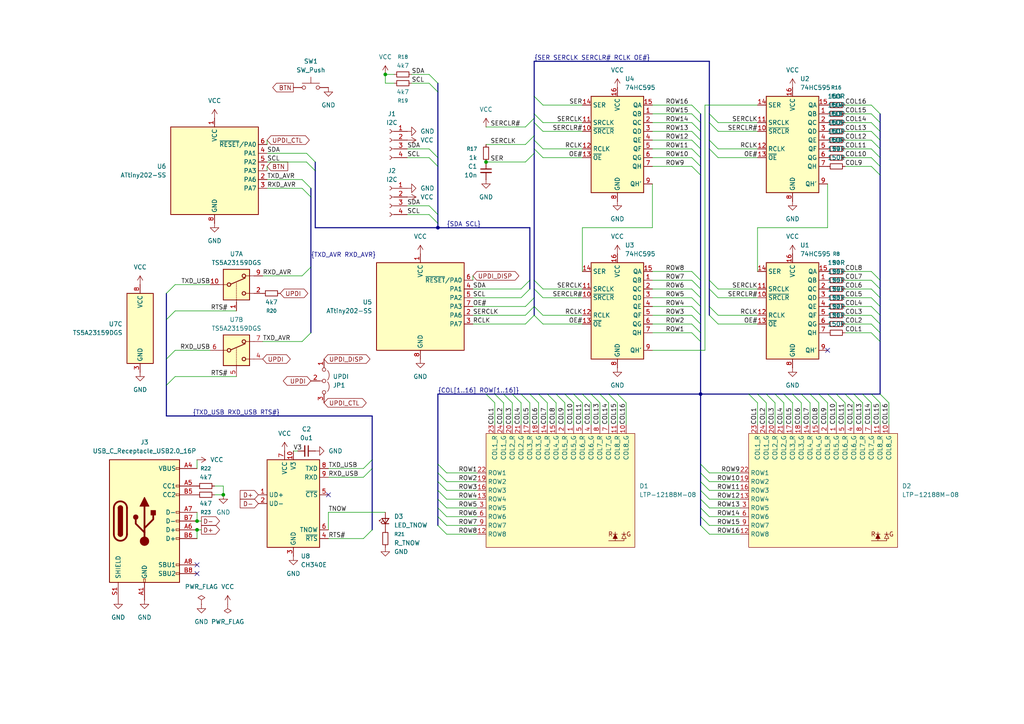
<source format=kicad_sch>
(kicad_sch (version 20250114) (generator "eeschema") (generator_version "9.0")
  (paper "A4")
  (junction (at 127 66.04))
  (junction (at 57.15 153.67))
  (junction (at 64.77 143.51))
  (junction (at 203.2 114.3))
  (junction (at 140.97 46.99))
  (junction (at 111.76 21.59))
  (junction (at 57.15 151.13))
  (no_connect (at 95.25 143.51))
  (no_connect (at 57.15 163.83))
  (no_connect (at 57.15 166.37))
  (no_connect (at 240.03 101.6))
  (bus_entry (at 200.66 48.26) (size 2.54 2.54))
  (bus_entry (at 129.54 144.78) (size -2.54 -2.54))
  (bus_entry (at 181.61 116.84) (size -2.54 -2.54))
  (bus_entry (at 124.46 62.23) (size 2.54 2.54))
  (bus_entry (at 200.66 86.36) (size 2.54 2.54))
  (bus_entry (at 158.75 116.84) (size -2.54 -2.54))
  (bus_entry (at 88.9 46.99) (size 2.54 2.54))
  (bus_entry (at 208.28 35.56) (size -2.54 -2.54))
  (bus_entry (at 205.74 142.24) (size -2.54 -2.54))
  (bus_entry (at 124.46 45.72) (size 2.54 2.54))
  (bus_entry (at 157.48 30.48) (size -2.54 -2.54))
  (bus_entry (at 50.8 109.22) (size -2.54 2.54))
  (bus_entry (at 50.8 82.55) (size -2.54 2.54))
  (bus_entry (at 247.65 116.84) (size -2.54 -2.54))
  (bus_entry (at 208.28 83.82) (size -2.54 -2.54))
  (bus_entry (at 208.28 45.72) (size -2.54 -2.54))
  (bus_entry (at 151.13 86.36) (size 2.54 -2.54))
  (bus_entry (at 124.46 21.59) (size 2.54 2.54))
  (bus_entry (at 152.4 91.44) (size 2.54 -2.54))
  (bus_entry (at 157.48 35.56) (size -2.54 -2.54))
  (bus_entry (at 252.73 83.82) (size 2.54 2.54))
  (bus_entry (at 152.4 46.99) (size 2.54 -2.54))
  (bus_entry (at 257.81 116.84) (size -2.54 -2.54))
  (bus_entry (at 252.73 45.72) (size 2.54 2.54))
  (bus_entry (at 252.73 48.26) (size 2.54 2.54))
  (bus_entry (at 227.33 116.84) (size -2.54 -2.54))
  (bus_entry (at 179.07 116.84) (size -2.54 -2.54))
  (bus_entry (at 252.73 33.02) (size 2.54 2.54))
  (bus_entry (at 200.66 35.56) (size 2.54 2.54))
  (bus_entry (at 105.41 135.89) (size 2.54 -2.54))
  (bus_entry (at 252.73 35.56) (size 2.54 2.54))
  (bus_entry (at 129.54 139.7) (size -2.54 -2.54))
  (bus_entry (at 124.46 43.18) (size 2.54 2.54))
  (bus_entry (at 255.27 116.84) (size -2.54 -2.54))
  (bus_entry (at 208.28 43.18) (size -2.54 -2.54))
  (bus_entry (at 208.28 86.36) (size -2.54 -2.54))
  (bus_entry (at 208.28 91.44) (size -2.54 -2.54))
  (bus_entry (at 252.73 43.18) (size 2.54 2.54))
  (bus_entry (at 152.4 36.83) (size 2.54 -2.54))
  (bus_entry (at 252.73 30.48) (size 2.54 2.54))
  (bus_entry (at 105.41 156.21) (size 2.54 -2.54))
  (bus_entry (at 105.41 138.43) (size 2.54 -2.54))
  (bus_entry (at 205.74 149.86) (size -2.54 -2.54))
  (bus_entry (at 151.13 116.84) (size -2.54 -2.54))
  (bus_entry (at 152.4 88.9) (size 2.54 -2.54))
  (bus_entry (at 173.99 116.84) (size -2.54 -2.54))
  (bus_entry (at 129.54 149.86) (size -2.54 -2.54))
  (bus_entry (at 157.48 93.98) (size -2.54 -2.54))
  (bus_entry (at 240.03 116.84) (size -2.54 -2.54))
  (bus_entry (at 88.9 44.45) (size 2.54 2.54))
  (bus_entry (at 200.66 93.98) (size 2.54 2.54))
  (bus_entry (at 200.66 30.48) (size 2.54 2.54))
  (bus_entry (at 219.71 116.84) (size -2.54 -2.54))
  (bus_entry (at 157.48 43.18) (size -2.54 -2.54))
  (bus_entry (at 87.63 54.61) (size 2.54 2.54))
  (bus_entry (at 124.46 24.13) (size 2.54 2.54))
  (bus_entry (at 252.73 78.74) (size 2.54 2.54))
  (bus_entry (at 200.66 33.02) (size 2.54 2.54))
  (bus_entry (at 157.48 45.72) (size -2.54 -2.54))
  (bus_entry (at 252.73 116.84) (size -2.54 -2.54))
  (bus_entry (at 161.29 116.84) (size -2.54 -2.54))
  (bus_entry (at 50.8 90.17) (size -2.54 2.54))
  (bus_entry (at 252.73 91.44) (size 2.54 2.54))
  (bus_entry (at 242.57 116.84) (size -2.54 -2.54))
  (bus_entry (at 168.91 116.84) (size -2.54 -2.54))
  (bus_entry (at 200.66 81.28) (size 2.54 2.54))
  (bus_entry (at 237.49 116.84) (size -2.54 -2.54))
  (bus_entry (at 157.48 38.1) (size -2.54 -2.54))
  (bus_entry (at 208.28 38.1) (size -2.54 -2.54))
  (bus_entry (at 200.66 40.64) (size 2.54 2.54))
  (bus_entry (at 250.19 116.84) (size -2.54 -2.54))
  (bus_entry (at 252.73 38.1) (size 2.54 2.54))
  (bus_entry (at 224.79 116.84) (size -2.54 -2.54))
  (bus_entry (at 200.66 45.72) (size 2.54 2.54))
  (bus_entry (at 146.05 116.84) (size -2.54 -2.54))
  (bus_entry (at 87.63 80.01) (size 2.54 -2.54))
  (bus_entry (at 153.67 116.84) (size -2.54 -2.54))
  (bus_entry (at 151.13 83.82) (size 2.54 -2.54))
  (bus_entry (at 200.66 78.74) (size 2.54 2.54))
  (bus_entry (at 205.74 154.94) (size -2.54 -2.54))
  (bus_entry (at 176.53 116.84) (size -2.54 -2.54))
  (bus_entry (at 200.66 43.18) (size 2.54 2.54))
  (bus_entry (at 234.95 116.84) (size -2.54 -2.54))
  (bus_entry (at 129.54 142.24) (size -2.54 -2.54))
  (bus_entry (at 200.66 38.1) (size 2.54 2.54))
  (bus_entry (at 157.48 86.36) (size -2.54 -2.54))
  (bus_entry (at 200.66 88.9) (size 2.54 2.54))
  (bus_entry (at 129.54 147.32) (size -2.54 -2.54))
  (bus_entry (at 157.48 91.44) (size -2.54 -2.54))
  (bus_entry (at 50.8 101.6) (size -2.54 2.54))
  (bus_entry (at 129.54 154.94) (size -2.54 -2.54))
  (bus_entry (at 166.37 116.84) (size -2.54 -2.54))
  (bus_entry (at 152.4 93.98) (size 2.54 -2.54))
  (bus_entry (at 205.74 137.16) (size -2.54 -2.54))
  (bus_entry (at 232.41 116.84) (size -2.54 -2.54))
  (bus_entry (at 252.73 96.52) (size 2.54 2.54))
  (bus_entry (at 200.66 83.82) (size 2.54 2.54))
  (bus_entry (at 205.74 144.78) (size -2.54 -2.54))
  (bus_entry (at 200.66 96.52) (size 2.54 2.54))
  (bus_entry (at 156.21 116.84) (size -2.54 -2.54))
  (bus_entry (at 157.48 83.82) (size -2.54 -2.54))
  (bus_entry (at 222.25 116.84) (size -2.54 -2.54))
  (bus_entry (at 87.63 52.07) (size 2.54 2.54))
  (bus_entry (at 87.63 99.06) (size 2.54 -2.54))
  (bus_entry (at 163.83 116.84) (size -2.54 -2.54))
  (bus_entry (at 124.46 59.69) (size 2.54 2.54))
  (bus_entry (at 205.74 139.7) (size -2.54 -2.54))
  (bus_entry (at 152.4 41.91) (size 2.54 -2.54))
  (bus_entry (at 252.73 93.98) (size 2.54 2.54))
  (bus_entry (at 171.45 116.84) (size -2.54 -2.54))
  (bus_entry (at 208.28 93.98) (size -2.54 -2.54))
  (bus_entry (at 252.73 88.9) (size 2.54 2.54))
  (bus_entry (at 229.87 116.84) (size -2.54 -2.54))
  (bus_entry (at 129.54 137.16) (size -2.54 -2.54))
  (bus_entry (at 252.73 81.28) (size 2.54 2.54))
  (bus_entry (at 148.59 116.84) (size -2.54 -2.54))
  (bus_entry (at 143.51 116.84) (size -2.54 -2.54))
  (bus_entry (at 205.74 152.4) (size -2.54 -2.54))
  (bus_entry (at 252.73 86.36) (size 2.54 2.54))
  (bus_entry (at 245.11 116.84) (size -2.54 -2.54))
  (bus_entry (at 252.73 40.64) (size 2.54 2.54))
  (bus_entry (at 129.54 152.4) (size -2.54 -2.54))
  (bus_entry (at 200.66 91.44) (size 2.54 2.54))
  (bus_entry (at 205.74 147.32) (size -2.54 -2.54))
  (bus (pts (xy 203.2 33.02) (xy 203.2 35.56)))
  (wire (pts (xy 152.4 91.44) (xy 137.16 91.44)))
  (bus (pts (xy 154.94 44.45) (xy 154.94 43.18)))
  (bus (pts (xy 127 66.04) (xy 153.67 66.04)))
  (wire (pts (xy 157.48 43.18) (xy 168.91 43.18)))
  (wire (pts (xy 50.8 82.55) (xy 60.96 82.55)))
  (bus (pts (xy 154.94 39.37) (xy 154.94 35.56)))
  (wire (pts (xy 245.11 78.74) (xy 252.73 78.74)))
  (wire (pts (xy 77.47 44.45) (xy 88.9 44.45)))
  (bus (pts (xy 237.49 114.3) (xy 240.03 114.3)))
  (bus (pts (xy 203.2 38.1) (xy 203.2 40.64)))
  (bus (pts (xy 203.2 147.32) (xy 203.2 149.86)))
  (bus (pts (xy 146.05 114.3) (xy 148.59 114.3)))
  (wire (pts (xy 168.91 123.19) (xy 168.91 116.84)))
  (wire (pts (xy 189.23 96.52) (xy 200.66 96.52)))
  (wire (pts (xy 245.11 43.18) (xy 252.73 43.18)))
  (wire (pts (xy 208.28 38.1) (xy 219.71 38.1)))
  (wire (pts (xy 245.11 30.48) (xy 252.73 30.48)))
  (bus (pts (xy 203.2 83.82) (xy 203.2 86.36)))
  (bus (pts (xy 250.19 114.3) (xy 252.73 114.3)))
  (bus (pts (xy 255.27 93.98) (xy 255.27 91.44)))
  (wire (pts (xy 222.25 123.19) (xy 222.25 116.84)))
  (bus (pts (xy 255.27 114.3) (xy 255.27 99.06)))
  (bus (pts (xy 205.74 43.18) (xy 205.74 81.28)))
  (wire (pts (xy 189.23 88.9) (xy 200.66 88.9)))
  (wire (pts (xy 168.91 66.04) (xy 189.23 66.04)))
  (bus (pts (xy 203.2 99.06) (xy 203.2 114.3)))
  (bus (pts (xy 151.13 114.3) (xy 153.67 114.3)))
  (bus (pts (xy 203.2 40.64) (xy 203.2 43.18)))
  (wire (pts (xy 156.21 123.19) (xy 156.21 116.84)))
  (wire (pts (xy 95.25 138.43) (xy 105.41 138.43)))
  (wire (pts (xy 189.23 101.6) (xy 204.47 101.6)))
  (wire (pts (xy 245.11 45.72) (xy 252.73 45.72)))
  (wire (pts (xy 205.74 152.4) (xy 214.63 152.4)))
  (bus (pts (xy 90.17 57.15) (xy 90.17 77.47)))
  (wire (pts (xy 151.13 123.19) (xy 151.13 116.84)))
  (bus (pts (xy 242.57 114.3) (xy 245.11 114.3)))
  (bus (pts (xy 90.17 54.61) (xy 90.17 57.15)))
  (bus (pts (xy 91.44 49.53) (xy 91.44 66.04)))
  (bus (pts (xy 203.2 43.18) (xy 203.2 45.72)))
  (bus (pts (xy 168.91 114.3) (xy 171.45 114.3)))
  (wire (pts (xy 157.48 30.48) (xy 168.91 30.48)))
  (bus (pts (xy 90.17 77.47) (xy 90.17 96.52)))
  (wire (pts (xy 77.47 52.07) (xy 87.63 52.07)))
  (bus (pts (xy 161.29 114.3) (xy 163.83 114.3)))
  (wire (pts (xy 189.23 78.74) (xy 200.66 78.74)))
  (wire (pts (xy 152.4 36.83) (xy 140.97 36.83)))
  (bus (pts (xy 127 114.3) (xy 127 134.62)))
  (bus (pts (xy 255.27 48.26) (xy 255.27 45.72)))
  (bus (pts (xy 154.94 40.64) (xy 154.94 39.37)))
  (bus (pts (xy 127 24.13) (xy 127 26.67)))
  (bus (pts (xy 154.94 86.36) (xy 154.94 88.9)))
  (wire (pts (xy 111.76 21.59) (xy 111.76 24.13)))
  (wire (pts (xy 129.54 144.78) (xy 138.43 144.78)))
  (bus (pts (xy 255.27 43.18) (xy 255.27 40.64)))
  (bus (pts (xy 107.95 133.35) (xy 107.95 135.89)))
  (wire (pts (xy 148.59 123.19) (xy 148.59 116.84)))
  (bus (pts (xy 217.17 114.3) (xy 219.71 114.3)))
  (wire (pts (xy 189.23 38.1) (xy 200.66 38.1)))
  (wire (pts (xy 153.67 123.19) (xy 153.67 116.84)))
  (wire (pts (xy 245.11 93.98) (xy 252.73 93.98)))
  (bus (pts (xy 154.94 35.56) (xy 154.94 34.29)))
  (bus (pts (xy 127 45.72) (xy 127 48.26)))
  (bus (pts (xy 255.27 40.64) (xy 255.27 38.1)))
  (bus (pts (xy 205.74 35.56) (xy 205.74 40.64)))
  (wire (pts (xy 77.47 46.99) (xy 88.9 46.99)))
  (bus (pts (xy 255.27 45.72) (xy 255.27 43.18)))
  (bus (pts (xy 153.67 114.3) (xy 156.21 114.3)))
  (wire (pts (xy 64.77 140.97) (xy 64.77 143.51)))
  (bus (pts (xy 203.2 139.7) (xy 203.2 142.24)))
  (bus (pts (xy 255.27 96.52) (xy 255.27 93.98)))
  (bus (pts (xy 158.75 114.3) (xy 161.29 114.3)))
  (bus (pts (xy 127 139.7) (xy 127 142.24)))
  (wire (pts (xy 129.54 139.7) (xy 138.43 139.7)))
  (wire (pts (xy 245.11 123.19) (xy 245.11 116.84)))
  (bus (pts (xy 176.53 114.3) (xy 179.07 114.3)))
  (wire (pts (xy 157.48 86.36) (xy 168.91 86.36)))
  (wire (pts (xy 77.47 40.64) (xy 77.47 41.91)))
  (wire (pts (xy 234.95 123.19) (xy 234.95 116.84)))
  (bus (pts (xy 173.99 114.3) (xy 176.53 114.3)))
  (bus (pts (xy 154.94 44.45) (xy 154.94 81.28)))
  (wire (pts (xy 245.11 96.52) (xy 252.73 96.52)))
  (bus (pts (xy 179.07 114.3) (xy 203.2 114.3)))
  (wire (pts (xy 58.42 151.13) (xy 57.15 151.13)))
  (wire (pts (xy 205.74 147.32) (xy 214.63 147.32)))
  (wire (pts (xy 242.57 123.19) (xy 242.57 116.84)))
  (bus (pts (xy 127 142.24) (xy 127 144.78)))
  (bus (pts (xy 203.2 114.3) (xy 203.2 134.62)))
  (bus (pts (xy 205.74 17.78) (xy 205.74 33.02)))
  (bus (pts (xy 127 64.77) (xy 127 66.04)))
  (wire (pts (xy 50.8 90.17) (xy 68.58 90.17)))
  (wire (pts (xy 245.11 38.1) (xy 252.73 38.1)))
  (bus (pts (xy 163.83 114.3) (xy 166.37 114.3)))
  (wire (pts (xy 227.33 123.19) (xy 227.33 116.84)))
  (bus (pts (xy 229.87 114.3) (xy 232.41 114.3)))
  (bus (pts (xy 154.94 88.9) (xy 154.94 91.44)))
  (bus (pts (xy 203.2 50.8) (xy 203.2 81.28)))
  (wire (pts (xy 129.54 147.32) (xy 138.43 147.32)))
  (wire (pts (xy 189.23 93.98) (xy 200.66 93.98)))
  (bus (pts (xy 127 149.86) (xy 127 152.4)))
  (wire (pts (xy 204.47 30.48) (xy 219.71 30.48)))
  (bus (pts (xy 171.45 114.3) (xy 173.99 114.3)))
  (wire (pts (xy 137.16 80.01) (xy 137.16 81.28)))
  (wire (pts (xy 257.81 123.19) (xy 257.81 116.84)))
  (bus (pts (xy 127 144.78) (xy 127 147.32)))
  (wire (pts (xy 224.79 123.19) (xy 224.79 116.84)))
  (bus (pts (xy 154.94 33.02) (xy 154.94 34.29)))
  (wire (pts (xy 189.23 81.28) (xy 200.66 81.28)))
  (bus (pts (xy 203.2 142.24) (xy 203.2 144.78)))
  (wire (pts (xy 245.11 40.64) (xy 252.73 40.64)))
  (bus (pts (xy 255.27 88.9) (xy 255.27 86.36)))
  (wire (pts (xy 152.4 41.91) (xy 140.97 41.91)))
  (bus (pts (xy 153.67 66.04) (xy 153.67 81.28)))
  (bus (pts (xy 255.27 38.1) (xy 255.27 35.56)))
  (bus (pts (xy 154.94 83.82) (xy 154.94 86.36)))
  (wire (pts (xy 95.25 148.59) (xy 95.25 153.67)))
  (bus (pts (xy 203.2 48.26) (xy 203.2 50.8)))
  (wire (pts (xy 208.28 43.18) (xy 219.71 43.18)))
  (bus (pts (xy 203.2 93.98) (xy 203.2 96.52)))
  (wire (pts (xy 157.48 93.98) (xy 168.91 93.98)))
  (wire (pts (xy 189.23 48.26) (xy 200.66 48.26)))
  (bus (pts (xy 107.95 120.65) (xy 48.26 120.65)))
  (bus (pts (xy 219.71 114.3) (xy 222.25 114.3)))
  (wire (pts (xy 76.2 80.01) (xy 87.63 80.01)))
  (wire (pts (xy 208.28 83.82) (xy 219.71 83.82)))
  (wire (pts (xy 189.23 86.36) (xy 200.66 86.36)))
  (bus (pts (xy 203.2 137.16) (xy 203.2 139.7)))
  (wire (pts (xy 95.25 148.59) (xy 111.76 148.59)))
  (wire (pts (xy 205.74 142.24) (xy 214.63 142.24)))
  (wire (pts (xy 57.15 153.67) (xy 58.42 153.67)))
  (bus (pts (xy 127 48.26) (xy 127 62.23)))
  (wire (pts (xy 129.54 149.86) (xy 138.43 149.86)))
  (wire (pts (xy 189.23 40.64) (xy 200.66 40.64)))
  (wire (pts (xy 255.27 123.19) (xy 255.27 116.84)))
  (bus (pts (xy 203.2 86.36) (xy 203.2 88.9)))
  (bus (pts (xy 154.94 27.94) (xy 154.94 17.78)))
  (bus (pts (xy 203.2 144.78) (xy 203.2 147.32)))
  (wire (pts (xy 50.8 101.6) (xy 60.96 101.6)))
  (bus (pts (xy 205.74 81.28) (xy 205.74 83.82)))
  (bus (pts (xy 255.27 50.8) (xy 255.27 81.28)))
  (wire (pts (xy 118.11 45.72) (xy 124.46 45.72)))
  (wire (pts (xy 205.74 144.78) (xy 214.63 144.78)))
  (bus (pts (xy 127 147.32) (xy 127 149.86)))
  (wire (pts (xy 229.87 123.19) (xy 229.87 116.84)))
  (wire (pts (xy 205.74 137.16) (xy 214.63 137.16)))
  (bus (pts (xy 203.2 114.3) (xy 217.17 114.3)))
  (wire (pts (xy 152.4 46.99) (xy 140.97 46.99)))
  (wire (pts (xy 245.11 35.56) (xy 252.73 35.56)))
  (bus (pts (xy 203.2 91.44) (xy 203.2 93.98)))
  (bus (pts (xy 203.2 45.72) (xy 203.2 48.26)))
  (wire (pts (xy 189.23 83.82) (xy 200.66 83.82)))
  (bus (pts (xy 127 137.16) (xy 127 139.7)))
  (wire (pts (xy 118.11 43.18) (xy 124.46 43.18)))
  (bus (pts (xy 222.25 114.3) (xy 224.79 114.3)))
  (wire (pts (xy 189.23 35.56) (xy 200.66 35.56)))
  (wire (pts (xy 208.28 91.44) (xy 219.71 91.44)))
  (wire (pts (xy 179.07 123.19) (xy 179.07 116.84)))
  (wire (pts (xy 158.75 123.19) (xy 158.75 116.84)))
  (bus (pts (xy 240.03 114.3) (xy 242.57 114.3)))
  (wire (pts (xy 189.23 30.48) (xy 200.66 30.48)))
  (wire (pts (xy 157.48 91.44) (xy 168.91 91.44)))
  (bus (pts (xy 203.2 35.56) (xy 203.2 38.1)))
  (bus (pts (xy 205.74 88.9) (xy 205.74 91.44)))
  (wire (pts (xy 111.76 21.59) (xy 114.3 21.59)))
  (bus (pts (xy 205.74 33.02) (xy 205.74 35.56)))
  (wire (pts (xy 208.28 86.36) (xy 219.71 86.36)))
  (bus (pts (xy 127 26.67) (xy 127 45.72)))
  (bus (pts (xy 140.97 114.3) (xy 143.51 114.3)))
  (wire (pts (xy 77.47 48.26) (xy 77.47 49.53)))
  (bus (pts (xy 48.26 104.14) (xy 48.26 111.76)))
  (wire (pts (xy 176.53 123.19) (xy 176.53 116.84)))
  (bus (pts (xy 153.67 81.28) (xy 153.67 83.82)))
  (wire (pts (xy 168.91 78.74) (xy 168.91 66.04)))
  (bus (pts (xy 203.2 81.28) (xy 203.2 83.82)))
  (wire (pts (xy 205.74 149.86) (xy 214.63 149.86)))
  (bus (pts (xy 255.27 35.56) (xy 255.27 33.02)))
  (wire (pts (xy 50.8 109.22) (xy 68.58 109.22)))
  (wire (pts (xy 247.65 123.19) (xy 247.65 116.84)))
  (wire (pts (xy 219.71 66.04) (xy 219.71 78.74)))
  (bus (pts (xy 154.94 17.78) (xy 205.74 17.78)))
  (wire (pts (xy 146.05 123.19) (xy 146.05 116.84)))
  (wire (pts (xy 245.11 83.82) (xy 252.73 83.82)))
  (wire (pts (xy 119.38 24.13) (xy 124.46 24.13)))
  (bus (pts (xy 154.94 27.94) (xy 154.94 33.02)))
  (wire (pts (xy 152.4 88.9) (xy 137.16 88.9)))
  (wire (pts (xy 77.47 54.61) (xy 87.63 54.61)))
  (wire (pts (xy 245.11 88.9) (xy 252.73 88.9)))
  (wire (pts (xy 189.23 43.18) (xy 200.66 43.18)))
  (wire (pts (xy 163.83 123.19) (xy 163.83 116.84)))
  (wire (pts (xy 64.77 140.97) (xy 62.23 140.97)))
  (wire (pts (xy 189.23 91.44) (xy 200.66 91.44)))
  (wire (pts (xy 129.54 142.24) (xy 138.43 142.24)))
  (wire (pts (xy 143.51 123.19) (xy 143.51 116.84)))
  (wire (pts (xy 118.11 62.23) (xy 124.46 62.23)))
  (bus (pts (xy 224.79 114.3) (xy 227.33 114.3)))
  (bus (pts (xy 232.41 114.3) (xy 234.95 114.3)))
  (bus (pts (xy 154.94 81.28) (xy 154.94 83.82)))
  (wire (pts (xy 57.15 133.35) (xy 57.15 135.89)))
  (bus (pts (xy 205.74 83.82) (xy 205.74 88.9)))
  (wire (pts (xy 237.49 123.19) (xy 237.49 116.84)))
  (wire (pts (xy 219.71 123.19) (xy 219.71 116.84)))
  (bus (pts (xy 148.59 114.3) (xy 151.13 114.3)))
  (wire (pts (xy 111.76 24.13) (xy 114.3 24.13)))
  (bus (pts (xy 127 114.3) (xy 140.97 114.3)))
  (wire (pts (xy 57.15 151.13) (xy 57.15 148.59)))
  (bus (pts (xy 48.26 111.76) (xy 48.26 120.65)))
  (bus (pts (xy 48.26 85.09) (xy 48.26 92.71)))
  (wire (pts (xy 189.23 66.04) (xy 189.23 53.34)))
  (bus (pts (xy 255.27 91.44) (xy 255.27 88.9)))
  (bus (pts (xy 227.33 114.3) (xy 229.87 114.3)))
  (wire (pts (xy 137.16 86.36) (xy 151.13 86.36)))
  (bus (pts (xy 255.27 83.82) (xy 255.27 81.28)))
  (bus (pts (xy 255.27 86.36) (xy 255.27 83.82)))
  (bus (pts (xy 245.11 114.3) (xy 247.65 114.3)))
  (wire (pts (xy 157.48 35.56) (xy 168.91 35.56)))
  (bus (pts (xy 255.27 50.8) (xy 255.27 48.26)))
  (wire (pts (xy 252.73 123.19) (xy 252.73 116.84)))
  (bus (pts (xy 247.65 114.3) (xy 250.19 114.3)))
  (wire (pts (xy 189.23 33.02) (xy 200.66 33.02)))
  (wire (pts (xy 157.48 38.1) (xy 168.91 38.1)))
  (bus (pts (xy 234.95 114.3) (xy 237.49 114.3)))
  (bus (pts (xy 154.94 43.18) (xy 154.94 40.64)))
  (wire (pts (xy 205.74 139.7) (xy 214.63 139.7)))
  (bus (pts (xy 48.26 92.71) (xy 48.26 104.14)))
  (wire (pts (xy 129.54 137.16) (xy 138.43 137.16)))
  (wire (pts (xy 157.48 45.72) (xy 168.91 45.72)))
  (wire (pts (xy 208.28 45.72) (xy 219.71 45.72)))
  (wire (pts (xy 166.37 123.19) (xy 166.37 116.84)))
  (bus (pts (xy 203.2 149.86) (xy 203.2 152.4)))
  (bus (pts (xy 107.95 133.35) (xy 107.95 120.65)))
  (bus (pts (xy 205.74 40.64) (xy 205.74 43.18)))
  (bus (pts (xy 203.2 96.52) (xy 203.2 99.06)))
  (wire (pts (xy 161.29 123.19) (xy 161.29 116.84)))
  (wire (pts (xy 119.38 21.59) (xy 124.46 21.59)))
  (wire (pts (xy 157.48 83.82) (xy 168.91 83.82)))
  (wire (pts (xy 129.54 152.4) (xy 138.43 152.4)))
  (wire (pts (xy 232.41 123.19) (xy 232.41 116.84)))
  (wire (pts (xy 245.11 86.36) (xy 252.73 86.36)))
  (bus (pts (xy 91.44 46.99) (xy 91.44 49.53)))
  (wire (pts (xy 171.45 123.19) (xy 171.45 116.84)))
  (wire (pts (xy 245.11 48.26) (xy 252.73 48.26)))
  (bus (pts (xy 255.27 99.06) (xy 255.27 96.52)))
  (wire (pts (xy 173.99 123.19) (xy 173.99 116.84)))
  (wire (pts (xy 240.03 66.04) (xy 219.71 66.04)))
  (wire (pts (xy 240.03 123.19) (xy 240.03 116.84)))
  (wire (pts (xy 57.15 153.67) (xy 57.15 156.21)))
  (wire (pts (xy 129.54 154.94) (xy 138.43 154.94)))
  (bus (pts (xy 203.2 88.9) (xy 203.2 91.44)))
  (bus (pts (xy 156.21 114.3) (xy 158.75 114.3)))
  (bus (pts (xy 127 134.62) (xy 127 137.16)))
  (wire (pts (xy 118.11 59.69) (xy 124.46 59.69)))
  (bus (pts (xy 166.37 114.3) (xy 168.91 114.3)))
  (bus (pts (xy 203.2 134.62) (xy 203.2 137.16)))
  (wire (pts (xy 245.11 91.44) (xy 252.73 91.44)))
  (wire (pts (xy 64.77 143.51) (xy 62.23 143.51)))
  (wire (pts (xy 189.23 45.72) (xy 200.66 45.72)))
  (wire (pts (xy 152.4 93.98) (xy 137.16 93.98)))
  (wire (pts (xy 240.03 53.34) (xy 240.03 66.04)))
  (wire (pts (xy 86.36 130.81) (xy 85.09 130.81)))
  (bus (pts (xy 107.95 135.89) (xy 107.95 153.67)))
  (wire (pts (xy 95.25 156.21) (xy 105.41 156.21)))
  (wire (pts (xy 137.16 83.82) (xy 151.13 83.82)))
  (wire (pts (xy 204.47 30.48) (xy 204.47 101.6)))
  (wire (pts (xy 250.19 123.19) (xy 250.19 116.84)))
  (wire (pts (xy 181.61 123.19) (xy 181.61 116.84)))
  (bus (pts (xy 252.73 114.3) (xy 255.27 114.3)))
  (wire (pts (xy 245.11 33.02) (xy 252.73 33.02)))
  (bus (pts (xy 91.44 66.04) (xy 127 66.04)))
  (wire (pts (xy 76.2 99.06) (xy 87.63 99.06)))
  (wire (pts (xy 205.74 154.94) (xy 214.63 154.94)))
  (wire (pts (xy 95.25 135.89) (xy 105.41 135.89)))
  (wire (pts (xy 208.28 35.56) (xy 219.71 35.56)))
  (bus (pts (xy 143.51 114.3) (xy 146.05 114.3)))
  (wire (pts (xy 208.28 93.98) (xy 219.71 93.98)))
  (wire (pts (xy 245.11 81.28) (xy 252.73 81.28)))
  (bus (pts (xy 127 62.23) (xy 127 64.77)))
  (label "SDA" (at 137.16 83.82 0))
  (label "RXD_AVR" (at 76.2 80.01 0))
  (label "COL10" (at 245.11 45.72 0))
  (label "{TXD_AVR RXD_AVR}" (at 90.17 74.93 0))
  (label "ROW7" (at 193.04 81.28 0))
  (label "SER" (at 168.91 30.48 180))
  (label "COL5" (at 153.67 123.19 90))
  (label "{SDA SCL}" (at 129.54 66.04 0))
  (label "{TXD_USB RXD_USB RTS#}" (at 55.88 120.65 0))
  (label "OE#" (at 219.71 93.98 180))
  (label "RXD_USB" (at 95.25 138.43 0))
  (label "COL3" (at 245.11 91.44 0))
  (label "SERCLK" (at 142.24 41.91 0))
  (label "COL6" (at 245.11 83.82 0))
  (label "COL3" (at 148.59 123.19 90))
  (label "ROW14" (at 214.63 149.86 180))
  (label "TXD_USB" (at 95.25 135.89 0))
  (label "ROW6" (at 138.43 149.86 180))
  (label "ROW3" (at 138.43 142.24 180))
  (label "COL16" (at 245.11 30.48 0))
  (label "RXD_AVR" (at 77.47 54.61 0))
  (label "OE#" (at 168.91 45.72 180))
  (label "ROW2" (at 138.43 139.7 180))
  (label "ROW10" (at 193.04 45.72 0))
  (label "SER" (at 142.24 46.99 0))
  (label "COL16" (at 257.81 123.19 90))
  (label "COL9" (at 240.03 123.19 90))
  (label "ROW13" (at 214.63 147.32 180))
  (label "COL12" (at 245.11 40.64 0))
  (label "RCLK" (at 168.91 91.44 180))
  (label "COL14" (at 245.11 35.56 0))
  (label "ROW15" (at 214.63 152.4 180))
  (label "COL2" (at 146.05 123.19 90))
  (label "COL13" (at 245.11 38.1 0))
  (label "COL10" (at 242.57 123.19 90))
  (label "COL3" (at 224.79 123.19 90))
  (label "ROW1" (at 193.04 96.52 0))
  (label "COL5" (at 245.11 86.36 0))
  (label "COL5" (at 229.87 123.19 90))
  (label "COL2" (at 245.11 93.98 0))
  (label "ROW5" (at 193.04 86.36 0))
  (label "SERCLR#" (at 219.71 38.1 180))
  (label "ROW16" (at 193.04 30.48 0))
  (label "COL11" (at 245.11 43.18 0))
  (label "TXD_AVR" (at 76.2 99.06 0))
  (label "SCL" (at 137.16 86.36 0))
  (label "OE#" (at 219.71 45.72 180))
  (label "SERCLR#" (at 142.24 36.83 0))
  (label "COL8" (at 237.49 123.19 90))
  (label "ROW10" (at 214.63 139.7 180))
  (label "ROW2" (at 193.04 93.98 0))
  (label "ROW6" (at 193.04 83.82 0))
  (label "SERCLK" (at 168.91 35.56 180))
  (label "ROW9" (at 193.04 48.26 0))
  (label "COL7" (at 245.11 81.28 0))
  (label "COL4" (at 151.13 123.19 90))
  (label "ROW5" (at 138.43 147.32 180))
  (label "ROW16" (at 214.63 154.94 180))
  (label "ROW12" (at 193.04 40.64 0))
  (label "ROW3" (at 193.04 91.44 0))
  (label "COL14" (at 252.73 123.19 90))
  (label "COL16" (at 181.61 123.19 90))
  (label "ROW7" (at 138.43 152.4 180))
  (label "COL14" (at 176.53 123.19 90))
  (label "ROW1" (at 138.43 137.16 180))
  (label "COL7" (at 234.95 123.19 90))
  (label "TNOW" (at 95.25 148.59 0))
  (label "ROW11" (at 214.63 142.24 180))
  (label "COL8" (at 245.11 78.74 0))
  (label "SERCLK" (at 219.71 35.56 180))
  (label "RCLK" (at 219.71 43.18 180))
  (label "ROW11" (at 193.04 43.18 0))
  (label "COL12" (at 247.65 123.19 90))
  (label "COL7" (at 158.75 123.19 90))
  (label "COL4" (at 227.33 123.19 90))
  (label "COL15" (at 255.27 123.19 90))
  (label "COL1" (at 219.71 123.19 90))
  (label "ROW13" (at 193.04 38.1 0))
  (label "ROW4" (at 138.43 144.78 180))
  (label "SCL" (at 119.38 24.13 0))
  (label "ROW8" (at 138.43 154.94 180))
  (label "ROW12" (at 214.63 144.78 180))
  (label "SERCLR#" (at 168.91 38.1 180))
  (label "COL9" (at 245.11 48.26 0))
  (label "COL15" (at 245.11 33.02 0))
  (label "COL8" (at 161.29 123.19 90))
  (label "COL13" (at 173.99 123.19 90))
  (label "SDA" (at 119.38 21.59 0))
  (label "RTS#" (at 66.04 90.17 180))
  (label "SDA" (at 77.47 44.45 0))
  (label "OE#" (at 168.91 93.98 180))
  (label "SDA" (at 118.11 59.69 0))
  (label "SDA" (at 118.11 43.18 0))
  (label "TXD_AVR" (at 77.47 52.07 0))
  (label "COL11" (at 245.11 123.19 90))
  (label "COL15" (at 179.07 123.19 90))
  (label "COL2" (at 222.25 123.19 90))
  (label "{COL[1..16] ROW[1..16]}" (at 127 114.3 0))
  (label "SERCLK" (at 168.91 83.82 180))
  (label "ROW8" (at 193.04 78.74 0))
  (label "COL4" (at 245.11 88.9 0))
  (label "SCL" (at 118.11 62.23 0))
  (label "RTS#" (at 66.04 109.22 180))
  (label "V3" (at 85.09 130.81 0))
  (label "RCLK" (at 137.16 93.98 0))
  (label "ROW14" (at 193.04 35.56 0))
  (label "SERCLR#" (at 168.91 86.36 180))
  (label "SERCLK" (at 219.71 83.82 180))
  (label "ROW4" (at 193.04 88.9 0))
  (label "COL11" (at 168.91 123.19 90))
  (label "RTS#" (at 95.25 156.21 0))
  (label "SCL" (at 118.11 45.72 0))
  (label "COL1" (at 245.11 96.52 0))
  (label "COL1" (at 143.51 123.19 90))
  (label "SERCLK" (at 137.16 91.44 0))
  (label "TXD_USB" (at 60.96 82.55 180))
  (label "COL10" (at 166.37 123.19 90))
  (label "COL13" (at 250.19 123.19 90))
  (label "RCLK" (at 219.71 91.44 180))
  (label "RXD_USB" (at 60.96 101.6 180))
  (label "{SER SERCLK SERCLR# RCLK OE#}" (at 154.94 17.78 0))
  (label "SCL" (at 77.47 46.99 0))
  (label "ROW15" (at 193.04 33.02 0))
  (label "COL12" (at 171.45 123.19 90))
  (label "COL6" (at 156.21 123.19 90))
  (label "SERCLR#" (at 219.71 86.36 180))
  (label "ROW9" (at 214.63 137.16 180))
  (label "RCLK" (at 168.91 43.18 180))
  (label "COL9" (at 163.83 123.19 90))
  (label "OE#" (at 137.16 88.9 0))
  (label "COL6" (at 232.41 123.19 90))
  (global_label "D+" (shape output) (at 58.42 153.67 0) (property "Intersheetrefs" "${INTERSHEET_REFS}" (effects (hide yes))))
  (global_label "UPDI_CTL" (shape bidirectional) (at 93.98 116.84 0) (property "Intersheetrefs" "${INTERSHEET_REFS}" (effects (hide yes))))
  (global_label "BTN" (shape output) (at 85.09 25.4 180) (property "Intersheetrefs" "${INTERSHEET_REFS}" (effects (hide yes))))
  (global_label "D-" (shape output) (at 58.42 151.13 0) (property "Intersheetrefs" "${INTERSHEET_REFS}" (effects (hide yes))))
  (global_label "UPDI_DISP" (shape bidirectional) (at 137.16 80.01 0) (property "Intersheetrefs" "${INTERSHEET_REFS}" (effects (hide yes))))
  (global_label "UPDI_CTL" (shape bidirectional) (at 77.47 40.64 0) (property "Intersheetrefs" "${INTERSHEET_REFS}" (effects (hide yes))))
  (global_label "UPDI" (shape bidirectional) (at 90.17 110.49 180) (property "Intersheetrefs" "${INTERSHEET_REFS}" (effects (hide yes))))
  (global_label "UPDI_DISP" (shape bidirectional) (at 93.98 104.14 0) (property "Intersheetrefs" "${INTERSHEET_REFS}" (effects (hide yes))))
  (global_label "D+" (shape input) (at 74.93 143.51 180) (property "Intersheetrefs" "${INTERSHEET_REFS}" (effects (hide yes))))
  (global_label "UPDI" (shape bidirectional) (at 76.2 104.14 0) (property "Intersheetrefs" "${INTERSHEET_REFS}" (effects (hide yes))))
  (global_label "D-" (shape input) (at 74.93 146.05 180) (property "Intersheetrefs" "${INTERSHEET_REFS}" (effects (hide yes))))
  (global_label "UPDI" (shape bidirectional) (at 81.28 85.09 0) (property "Intersheetrefs" "${INTERSHEET_REFS}" (effects (hide yes))))
  (global_label "BTN" (shape input) (at 77.47 48.26 0) (property "Intersheetrefs" "${INTERSHEET_REFS}" (effects (hide yes))))
  (symbol (lib_id "Device:R_Small") (at 242.57 40.64 90) (unit 1)
    (property "Reference" "R12" (at 242.57 35.56 90) (effects (font (size 1.016 1.016))))
    (property "Value" "150R" (at 242.57 38.1 90))
    (property "Footprint" "Resistor_SMD:R_0603_1608Metric" (effects (hide yes)))
    (property "Description" "Resistor, small symbol" (effects (hide yes)))
  )
  (symbol (lib_id "Device:R_Small") (at 140.97 44.45 0) (mirror y) (unit 1)
    (property "Reference" "R17" (at 138.43 43.1799 0) (effects (font (size 1.016 1.016)) (justify left)))
    (property "Value" "1k" (at 138.43 45.7199 0) (effects (justify left)))
    (property "Footprint" "Resistor_SMD:R_0603_1608Metric" (effects (hide yes)))
    (property "Description" "Resistor, small symbol" (effects (hide yes)))
  )
  (symbol (lib_id "Device:R_Small") (at 242.57 33.02 90) (unit 1)
    (property "Reference" "R15" (at 242.57 27.94 90) (effects (font (size 1.016 1.016))))
    (property "Value" "150R" (at 242.57 30.48 90))
    (property "Footprint" "Resistor_SMD:R_0603_1608Metric" (effects (hide yes)))
    (property "Description" "Resistor, small symbol" (effects (hide yes)))
  )
  (symbol (lib_id "Device:LED_Small") (at 111.76 151.13 90) (unit 1)
    (property "Reference" "D3" (at 114.3 149.7964 90) (effects (justify right)))
    (property "Value" "LED_TNOW" (at 114.3 152.3364 90) (effects (justify right)))
    (property "Footprint" "LED_SMD:LED_0603_1608Metric" (effects (hide yes)))
    (property "Description" "Light emitting diode, small symbol" (effects (hide yes)))
    (property "Sim.Pin" "1=K 2=A" (effects (hide yes)))
  )
  (symbol (lib_id "power:GND") (at 229.87 58.42 0) (unit 1)
    (property "Reference" "#PWR02" (effects (hide yes)))
    (property "Value" "GND" (at 229.87 63.5 0))
    (property "Description" "Power symbol creates a global label with name \"GND\" , ground" (effects (hide yes)))
  )
  (symbol (lib_id "Connector:Conn_01x04_Socket") (at 113.03 40.64 0) (mirror y) (unit 1)
    (property "Reference" "J1" (at 113.665 33.02 0))
    (property "Value" "I2C" (at 113.665 35.56 0))
    (property "Footprint" "Connector_JST:JST_ZH_B4B-ZR_1x04_P1.50mm_Vertical" (effects (hide yes)))
    (property "Description" "Generic connector, single row, 01x04, script generated" (effects (hide yes)))
  )
  (symbol (lib_id "power:GND") (at 179.07 58.42 0) (unit 1)
    (property "Reference" "#PWR08" (effects (hide yes)))
    (property "Value" "GND" (at 179.07 63.5 0))
    (property "Description" "Power symbol creates a global label with name \"GND\" , ground" (effects (hide yes)))
  )
  (symbol (lib_id "power:GND") (at 111.76 158.75 0) (unit 1)
    (property "Reference" "#PWR038" (effects (hide yes)))
    (property "Value" "GND" (at 114.3 160.0199 0) (effects (justify left)))
    (property "Description" "Power symbol creates a global label with name \"GND\" , ground" (effects (hide yes)))
  )
  (symbol (lib_id "power:GND") (at 64.77 143.51 0) (unit 1)
    (property "Reference" "#PWR025" (effects (hide yes)))
    (property "Value" "GND" (at 64.77 148.59 0))
    (property "Description" "Power symbol creates a global label with name \"GND\" , ground" (effects (hide yes)))
  )
  (symbol (lib_id "power:GND") (at 91.44 130.81 90) (unit 1)
    (property "Reference" "#PWR034" (effects (hide yes)))
    (property "Value" "GND" (at 95.25 130.8099 90) (effects (justify right)))
    (property "Description" "Power symbol creates a global label with name \"GND\" , ground" (effects (hide yes)))
  )
  (symbol (lib_name "R_Small_2") (lib_id "Device:R_Small") (at 59.69 143.51 270) (mirror x) (unit 1)
    (property "Reference" "R23" (at 59.69 148.59 90) (effects (font (size 1.016 1.016))))
    (property "Value" "4k7" (at 59.69 146.05 90))
    (property "Footprint" "Resistor_SMD:R_0603_1608Metric" (effects (hide yes)))
    (property "Description" "Resistor, small symbol" (effects (hide yes)))
  )
  (symbol (lib_id "Switch:SW_Push") (at 90.17 25.4 0) (unit 1)
    (property "Reference" "SW1" (at 90.17 17.78 0))
    (property "Value" "SW_Push" (at 90.17 20.32 0))
    (property "Footprint" "Library:alps-skrp" (effects (hide yes)))
    (property "Description" "Push button switch, generic, two pins" (effects (hide yes)))
  )
  (symbol (lib_id "Device:R_Small") (at 242.57 38.1 90) (unit 1)
    (property "Reference" "R13" (at 242.57 33.02 90) (effects (font (size 1.016 1.016))))
    (property "Value" "150R" (at 242.57 35.56 90))
    (property "Footprint" "Resistor_SMD:R_0603_1608Metric" (effects (hide yes)))
    (property "Description" "Resistor, small symbol" (effects (hide yes)))
  )
  (symbol (lib_id "Device:R_Small") (at 242.57 91.44 90) (unit 1)
    (property "Reference" "R3" (at 242.57 86.36 90) (effects (font (size 1.016 1.016))))
    (property "Value" "150R" (at 242.57 88.9 90))
    (property "Footprint" "Resistor_SMD:R_0603_1608Metric" (effects (hide yes)))
    (property "Description" "Resistor, small symbol" (effects (hide yes)))
  )
  (symbol (lib_id "Device:R_Small") (at 242.57 93.98 90) (unit 1)
    (property "Reference" "R2" (at 242.57 88.9 90) (effects (font (size 1.016 1.016))))
    (property "Value" "150R" (at 242.57 91.44 90))
    (property "Footprint" "Resistor_SMD:R_0603_1608Metric" (effects (hide yes)))
    (property "Description" "Resistor, small symbol" (effects (hide yes)))
  )
  (symbol (lib_id "power:VCC") (at 40.64 82.55 0) (unit 1)
    (property "Reference" "#PWR023" (effects (hide yes)))
    (property "Value" "VCC" (at 40.64 77.47 0))
    (property "Description" "Power symbol creates a global label with name \"VCC\"" (effects (hide yes)))
  )
  (symbol (lib_id "power:GND") (at 34.29 173.99 0) (unit 1)
    (property "Reference" "#PWR018" (effects (hide yes)))
    (property "Value" "GND" (at 34.29 179.07 0))
    (property "Description" "Power symbol creates a global label with name \"GND\" , ground" (effects (hide yes)))
  )
  (symbol (lib_id "Device:R_Small") (at 242.57 83.82 90) (unit 1)
    (property "Reference" "R6" (at 242.57 78.74 90) (effects (font (size 1.016 1.016))))
    (property "Value" "150R" (at 242.57 81.28 90))
    (property "Footprint" "Resistor_SMD:R_0603_1608Metric" (effects (hide yes)))
    (property "Description" "Resistor, small symbol" (effects (hide yes)))
  )
  (symbol (lib_id "74xx:74HC595") (at 229.87 88.9 0) (unit 1)
    (property "Reference" "U1" (at 232.0641 71.12 0) (effects (justify left)))
    (property "Value" "74HC595" (at 232.0641 73.66 0) (effects (justify left)))
    (property "Footprint" "Package_SO:TSSOP-16_4.4x5mm_P0.65mm" (effects (hide yes)))
    (property "Datasheet" "http://www.ti.com/lit/ds/symlink/sn74hc595.pdf" (effects (hide yes)))
    (property "Description" "8-bit serial in/out Shift Register 3-State Outputs" (effects (hide yes)))
  )
  (symbol (lib_id "Device:R_Small") (at 242.57 30.48 90) (unit 1)
    (property "Reference" "R16" (at 242.57 25.4 90) (effects (font (size 1.016 1.016))))
    (property "Value" "150R" (at 242.57 27.94 90))
    (property "Footprint" "Resistor_SMD:R_0603_1608Metric" (effects (hide yes)))
    (property "Description" "Resistor, small symbol" (effects (hide yes)))
  )
  (symbol (lib_id "power:GND") (at 85.09 161.29 0) (unit 1)
    (property "Reference" "#PWR033" (effects (hide yes)))
    (property "Value" "GND" (at 85.09 166.37 0))
    (property "Description" "Power symbol creates a global label with name \"GND\" , ground" (effects (hide yes)))
  )
  (symbol (lib_id "power:VCC") (at 62.23 34.29 0) (unit 1)
    (property "Reference" "#PWR020" (effects (hide yes)))
    (property "Value" "VCC" (at 62.23 29.21 0))
    (property "Description" "Power symbol creates a global label with name \"VCC\"" (effects (hide yes)))
  )
  (symbol (lib_id "power:GND") (at 95.25 25.4 0) (unit 1)
    (property "Reference" "#PWR026" (effects (hide yes)))
    (property "Value" "GND" (at 95.25 30.48 0))
    (property "Description" "Power symbol creates a global label with name \"GND\" , ground" (effects (hide yes)))
  )
  (symbol (lib_id "Library:LTP-12188M-08") (at 238.76 142.24 0) (unit 1)
    (property "Reference" "D2" (at 261.62 140.9699 0) (effects (justify left)))
    (property "Value" "LTP-12188M-08" (at 261.62 143.5099 0) (effects (justify left)))
    (property "Footprint" "Library:LTP-12188M-08" (effects (hide yes)))
    (property "Description" "31.0 mm 8×8 dot matrix led display rg" (effects (hide yes)))
  )
  (symbol (lib_id "Device:R_Small") (at 242.57 96.52 90) (unit 1)
    (property "Reference" "R1" (at 242.57 91.44 90) (effects (font (size 1.016 1.016))))
    (property "Value" "150R" (at 242.57 93.98 90))
    (property "Footprint" "Resistor_SMD:R_0603_1608Metric" (effects (hide yes)))
    (property "Description" "Resistor, small symbol" (effects (hide yes)))
  )
  (symbol (lib_id "power:VCC") (at 66.04 175.26 0) (mirror y) (unit 1)
    (property "Reference" "#PWR028" (effects (hide yes)))
    (property "Value" "VCC" (at 66.04 170.18 0))
    (property "Description" "Power symbol creates a global label with name \"VCC\"" (effects (hide yes)))
  )
  (symbol (lib_id "Device:C_Small") (at 88.9 130.81 270) (unit 1)
    (property "Reference" "C2" (at 88.8936 124.46 90))
    (property "Value" "0u1" (at 88.8936 127 90))
    (property "Footprint" "Capacitor_SMD:C_0603_1608Metric" (effects (hide yes)))
    (property "Description" "Unpolarized capacitor, small symbol" (effects (hide yes)))
  )
  (symbol (lib_id "power:GND") (at 121.92 104.14 0) (unit 1)
    (property "Reference" "#PWR011" (effects (hide yes)))
    (property "Value" "GND" (at 121.92 109.22 0))
    (property "Description" "Power symbol creates a global label with name \"GND\" , ground" (effects (hide yes)))
  )
  (symbol (lib_id "power:GND") (at 62.23 64.77 0) (unit 1)
    (property "Reference" "#PWR021" (effects (hide yes)))
    (property "Value" "GND" (at 62.23 69.85 0))
    (property "Description" "Power symbol creates a global label with name \"GND\" , ground" (effects (hide yes)))
  )
  (symbol (lib_id "power:GND") (at 118.11 38.1 90) (unit 1)
    (property "Reference" "#PWR013" (effects (hide yes)))
    (property "Value" "GND" (at 121.92 38.0999 90) (effects (justify right)))
    (property "Description" "Power symbol creates a global label with name \"GND\" , ground" (effects (hide yes)))
  )
  (symbol (lib_id "MCU_Microchip_ATtiny:ATtiny202-SS") (at 121.92 88.9 0) (unit 1)
    (property "Reference" "U5" (at 107.95 87.6299 0) (effects (justify right)))
    (property "Value" "ATtiny202-SS" (at 107.95 90.1699 0) (effects (justify right)))
    (property "Footprint" "Package_SO:SOIC-8_3.9x4.9mm_P1.27mm" (effects (hide yes)))
    (property "Datasheet" "http://ww1.microchip.com/downloads/en/DeviceDoc/ATtiny202-402-AVR-MCU-with-Core-Independent-Peripherals_and-picoPower-40001969A.pdf" (effects (hide yes)))
    (property "Description" "20MHz, 2kB Flash, 128B SRAM, 64B EEPROM, SOIC-8" (effects (hide yes)))
  )
  (symbol (lib_id "Device:R_Small") (at 242.57 88.9 90) (unit 1)
    (property "Reference" "R4" (at 242.57 83.82 90) (effects (font (size 1.016 1.016))))
    (property "Value" "150R" (at 242.57 86.36 90))
    (property "Footprint" "Resistor_SMD:R_0603_1608Metric" (effects (hide yes)))
    (property "Description" "Resistor, small symbol" (effects (hide yes)))
  )
  (symbol (lib_id "Device:R_Small") (at 242.57 45.72 90) (unit 1)
    (property "Reference" "R10" (at 242.57 40.64 90) (effects (font (size 1.016 1.016))))
    (property "Value" "150R" (at 242.57 43.18 90))
    (property "Footprint" "Resistor_SMD:R_0603_1608Metric" (effects (hide yes)))
    (property "Description" "Resistor, small symbol" (effects (hide yes)))
  )
  (symbol (lib_id "power:GND") (at 41.91 173.99 0) (unit 1)
    (property "Reference" "#PWR017" (effects (hide yes)))
    (property "Value" "GND" (at 41.91 179.07 0))
    (property "Description" "Power symbol creates a global label with name \"GND\" , ground" (effects (hide yes)))
  )
  (symbol (lib_id "Analog_Switch:TS5A23159DGS") (at 40.64 95.25 0) (mirror y) (unit 3)
    (property "Reference" "U7" (at 35.56 93.9799 0) (effects (justify left)))
    (property "Value" "TS5A23159DGS" (at 35.56 96.5199 0) (effects (justify left)))
    (property "Footprint" "Package_SO:VSSOP-10_3x3mm_P0.5mm" (effects (hide yes)))
    (property "Datasheet" "http://www.ti.com/lit/ds/symlink/ts5a23159.pdf" (effects (hide yes)))
    (property "Description" "Dual SPDT 1ohm Bidirectional Analog Switch with Off protection, VSSOP-10" (effects (hide yes)))
  )
  (symbol (lib_id "Device:R_Small") (at 116.84 24.13 270) (unit 1)
    (property "Reference" "R19" (at 116.84 29.21 90) (effects (font (size 1.016 1.016))))
    (property "Value" "4k7" (at 116.84 26.67 90))
    (property "Footprint" "Resistor_SMD:R_0603_1608Metric" (effects (hide yes)))
    (property "Description" "Resistor, small symbol" (effects (hide yes)))
  )
  (symbol (lib_id "Connector:Conn_01x04_Socket") (at 113.03 57.15 0) (mirror y) (unit 1)
    (property "Reference" "J2" (at 113.665 49.53 0))
    (property "Value" "I2C" (at 113.665 52.07 0))
    (property "Footprint" "Connector_JST:JST_ZH_B4B-ZR_1x04_P1.50mm_Vertical" (effects (hide yes)))
    (property "Description" "Generic connector, single row, 01x04, script generated" (effects (hide yes)))
  )
  (symbol (lib_id "74xx:74HC595") (at 179.07 88.9 0) (unit 1)
    (property "Reference" "U3" (at 181.2641 71.12 0) (effects (justify left)))
    (property "Value" "74HC595" (at 181.2641 73.66 0) (effects (justify left)))
    (property "Footprint" "Package_SO:TSSOP-16_4.4x5mm_P0.65mm" (effects (hide yes)))
    (property "Datasheet" "http://www.ti.com/lit/ds/symlink/sn74hc595.pdf" (effects (hide yes)))
    (property "Description" "8-bit serial in/out Shift Register 3-State Outputs" (effects (hide yes)))
  )
  (symbol (lib_id "Device:R_Small") (at 116.84 21.59 270) (mirror x) (unit 1)
    (property "Reference" "R18" (at 116.84 16.51 90) (effects (font (size 1.016 1.016))))
    (property "Value" "4k7" (at 116.84 19.05 90))
    (property "Footprint" "Resistor_SMD:R_0603_1608Metric" (effects (hide yes)))
    (property "Description" "Resistor, small symbol" (effects (hide yes)))
  )
  (symbol (lib_id "Device:R_Small") (at 242.57 78.74 90) (unit 1)
    (property "Reference" "R8" (at 242.57 73.66 90) (effects (font (size 1.016 1.016))))
    (property "Value" "150R" (at 242.57 76.2 90))
    (property "Footprint" "Resistor_SMD:R_0603_1608Metric" (effects (hide yes)))
    (property "Description" "Resistor, small symbol" (effects (hide yes)))
  )
  (symbol (lib_name "R_Small_2") (lib_id "Device:R_Small") (at 59.69 140.97 270) (unit 1)
    (property "Reference" "R22" (at 59.69 135.89 90) (effects (font (size 1.016 1.016))))
    (property "Value" "4k7" (at 59.69 138.43 90))
    (property "Footprint" "Resistor_SMD:R_0603_1608Metric" (effects (hide yes)))
    (property "Description" "Resistor, small symbol" (effects (hide yes)))
  )
  (symbol (lib_id "power:VCC") (at 229.87 25.4 0) (unit 1)
    (property "Reference" "#PWR03" (effects (hide yes)))
    (property "Value" "VCC" (at 229.87 20.32 0))
    (property "Description" "Power symbol creates a global label with name \"VCC\"" (effects (hide yes)))
  )
  (symbol (lib_id "Device:R_Small") (at 242.57 86.36 90) (unit 1)
    (property "Reference" "R5" (at 242.57 81.28 90) (effects (font (size 1.016 1.016))))
    (property "Value" "150R" (at 242.57 83.82 90))
    (property "Footprint" "Resistor_SMD:R_0603_1608Metric" (effects (hide yes)))
    (property "Description" "Resistor, small symbol" (effects (hide yes)))
  )
  (symbol (lib_id "power:GND") (at 40.64 107.95 0) (unit 1)
    (property "Reference" "#PWR024" (effects (hide yes)))
    (property "Value" "GND" (at 40.64 113.03 0))
    (property "Description" "Power symbol creates a global label with name \"GND\" , ground" (effects (hide yes)))
  )
  (symbol (lib_id "power:VCC") (at 82.55 130.81 0) (unit 1)
    (property "Reference" "#PWR032" (effects (hide yes)))
    (property "Value" "VCC" (at 82.55 125.73 0))
    (property "Description" "Power symbol creates a global label with name \"VCC\"" (effects (hide yes)))
  )
  (symbol (lib_id "power:GND") (at 58.42 175.26 0) (unit 1)
    (property "Reference" "#PWR027" (effects (hide yes)))
    (property "Value" "GND" (at 58.42 180.34 0))
    (property "Description" "Power symbol creates a global label with name \"GND\" , ground" (effects (hide yes)))
  )
  (symbol (lib_id "power:PWR_FLAG") (at 66.04 175.26 0) (mirror x) (unit 1)
    (property "Reference" "#FLG01" (effects (hide yes)))
    (property "Value" "PWR_FLAG" (at 66.04 180.34 0))
    (property "Description" "Special symbol for telling ERC where power comes from" (effects (hide yes)))
  )
  (symbol (lib_name "R_Small_2") (lib_id "Device:R_Small") (at 111.76 156.21 180) (unit 1)
    (property "Reference" "R21" (at 114.3 154.9399 0) (effects (font (size 1.016 1.016)) (justify right)))
    (property "Value" "R_TNOW" (at 114.3 157.4799 0) (effects (justify right)))
    (property "Footprint" "Resistor_SMD:R_0603_1608Metric" (effects (hide yes)))
    (property "Description" "Resistor, small symbol" (effects (hide yes)))
  )
  (symbol (lib_id "MCU_Microchip_ATtiny:ATtiny202-SS") (at 62.23 49.53 0) (unit 1)
    (property "Reference" "U6" (at 48.26 48.2599 0) (effects (justify right)))
    (property "Value" "ATtiny202-SS" (at 48.26 50.7999 0) (effects (justify right)))
    (property "Footprint" "Package_SO:SOIC-8_3.9x4.9mm_P1.27mm" (effects (hide yes)))
    (property "Datasheet" "http://ww1.microchip.com/downloads/en/DeviceDoc/ATtiny202-402-AVR-MCU-with-Core-Independent-Peripherals_and-picoPower-40001969A.pdf" (effects (hide yes)))
    (property "Description" "20MHz, 2kB Flash, 128B SRAM, 64B EEPROM, SOIC-8" (effects (hide yes)))
  )
  (symbol (lib_id "Library:LTP-12188M-08") (at 162.56 142.24 0) (unit 1)
    (property "Reference" "D1" (at 185.42 140.9699 0) (effects (justify left)))
    (property "Value" "LTP-12188M-08" (at 185.42 143.5099 0) (effects (justify left)))
    (property "Footprint" "Library:LTP-12188M-08" (effects (hide yes)))
    (property "Description" "31.0 mm 8×8 dot matrix led display rg" (effects (hide yes)))
  )
  (symbol (lib_id "power:VCC") (at 179.07 73.66 0) (unit 1)
    (property "Reference" "#PWR05" (effects (hide yes)))
    (property "Value" "VCC" (at 179.07 68.58 0))
    (property "Description" "Power symbol creates a global label with name \"VCC\"" (effects (hide yes)))
  )
  (symbol (lib_id "Analog_Switch:TS5A23159DGS") (at 68.58 101.6 0) (unit 2)
    (property "Reference" "U7" (at 68.58 92.71 0))
    (property "Value" "TS5A23159DGS" (at 68.58 95.25 0))
    (property "Footprint" "Package_SO:VSSOP-10_3x3mm_P0.5mm" (effects (hide yes)))
    (property "Datasheet" "http://www.ti.com/lit/ds/symlink/ts5a23159.pdf" (effects (hide yes)))
    (property "Description" "Dual SPDT 1ohm Bidirectional Analog Switch with Off protection, VSSOP-10" (effects (hide yes)))
  )
  (symbol (lib_id "power:VCC") (at 121.92 73.66 0) (unit 1)
    (property "Reference" "#PWR012" (effects (hide yes)))
    (property "Value" "VCC" (at 121.92 68.58 0))
    (property "Description" "Power symbol creates a global label with name \"VCC\"" (effects (hide yes)))
  )
  (symbol (lib_id "power:VCC") (at 111.76 21.59 0) (unit 1)
    (property "Reference" "#PWR022" (effects (hide yes)))
    (property "Value" "VCC" (at 111.76 16.51 0))
    (property "Description" "Power symbol creates a global label with name \"VCC\"" (effects (hide yes)))
  )
  (symbol (lib_id "74xx:74HC595") (at 179.07 40.64 0) (unit 1)
    (property "Reference" "U4" (at 181.2641 22.86 0) (effects (justify left)))
    (property "Value" "74HC595" (at 181.2641 25.4 0) (effects (justify left)))
    (property "Footprint" "Package_SO:TSSOP-16_4.4x5mm_P0.65mm" (effects (hide yes)))
    (property "Datasheet" "http://www.ti.com/lit/ds/symlink/sn74hc595.pdf" (effects (hide yes)))
    (property "Description" "8-bit serial in/out Shift Register 3-State Outputs" (effects (hide yes)))
  )
  (symbol (lib_id "power:GND") (at 140.97 52.07 0) (mirror y) (unit 1)
    (property "Reference" "#PWR09" (effects (hide yes)))
    (property "Value" "GND" (at 140.97 57.15 0))
    (property "Description" "Power symbol creates a global label with name \"GND\" , ground" (effects (hide yes)))
  )
  (symbol (lib_id "power:VCC") (at 118.11 40.64 270) (unit 1)
    (property "Reference" "#PWR014" (effects (hide yes)))
    (property "Value" "VCC" (at 121.92 40.6399 90) (effects (justify left)))
    (property "Description" "Power symbol creates a global label with name \"VCC\"" (effects (hide yes)))
  )
  (symbol (lib_id "power:VCC") (at 57.15 133.35 270) (unit 1)
    (property "Reference" "#PWR019" (effects (hide yes)))
    (property "Value" "VCC" (at 60.96 133.3499 90) (effects (justify left)))
    (property "Description" "Power symbol creates a global label with name \"VCC\"" (effects (hide yes)))
  )
  (symbol (lib_id "power:VCC") (at 140.97 36.83 0) (mirror y) (unit 1)
    (property "Reference" "#PWR010" (effects (hide yes)))
    (property "Value" "VCC" (at 140.97 31.75 0))
    (property "Description" "Power symbol creates a global label with name \"VCC\"" (effects (hide yes)))
  )
  (symbol (lib_id "Device:R_Small") (at 242.57 43.18 90) (unit 1)
    (property "Reference" "R11" (at 242.57 38.1 90) (effects (font (size 1.016 1.016))))
    (property "Value" "150R" (at 242.57 40.64 90))
    (property "Footprint" "Resistor_SMD:R_0603_1608Metric" (effects (hide yes)))
    (property "Description" "Resistor, small symbol" (effects (hide yes)))
  )
  (symbol (lib_id "power:GND") (at 229.87 106.68 0) (unit 1)
    (property "Reference" "#PWR01" (effects (hide yes)))
    (property "Value" "GND" (at 229.87 111.76 0))
    (property "Description" "Power symbol creates a global label with name \"GND\" , ground" (effects (hide yes)))
  )
  (symbol (lib_id "Connector:USB_C_Receptacle_USB2.0_16P") (at 41.91 151.13 0) (unit 1)
    (property "Reference" "J3" (at 41.91 128.27 0))
    (property "Value" "USB_C_Receptacle_USB2.0_16P" (at 41.91 130.81 0))
    (property "Footprint" "Connector_USB:USB_C_Receptacle_GCT_USB4105-xx-A_16P_TopMnt_Horizontal" (effects (hide yes)))
    (property "Datasheet" "https://www.usb.org/sites/default/files/documents/usb_type-c.zip" (effects (hide yes)))
    (property "Description" "USB 2.0-only 16P Type-C Receptacle connector" (effects (hide yes)))
  )
  (symbol (lib_id "74xx:74HC595") (at 229.87 40.64 0) (unit 1)
    (property "Reference" "U2" (at 232.0641 22.86 0) (effects (justify left)))
    (property "Value" "74HC595" (at 232.0641 25.4 0) (effects (justify left)))
    (property "Footprint" "Package_SO:TSSOP-16_4.4x5mm_P0.65mm" (effects (hide yes)))
    (property "Datasheet" "http://www.ti.com/lit/ds/symlink/sn74hc595.pdf" (effects (hide yes)))
    (property "Description" "8-bit serial in/out Shift Register 3-State Outputs" (effects (hide yes)))
  )
  (symbol (lib_id "power:VCC") (at 229.87 73.66 0) (unit 1)
    (property "Reference" "#PWR04" (effects (hide yes)))
    (property "Value" "VCC" (at 229.87 68.58 0))
    (property "Description" "Power symbol creates a global label with name \"VCC\"" (effects (hide yes)))
  )
  (symbol (lib_id "Jumper:Jumper_3_Open") (at 93.98 110.49 270) (unit 1) (in_bom no)
    (property "Reference" "JP1" (at 96.52 111.7601 90) (effects (justify left)))
    (property "Value" "UPDI" (at 96.52 109.2201 90) (effects (justify left)))
    (property "Footprint" "Connector_PinHeader_2.54mm:PinHeader_1x03_P2.54mm_Vertical" (effects (hide yes)))
    (property "Description" "Jumper, 3-pole, both open" (effects (hide yes)))
  )
  (symbol (lib_id "power:PWR_FLAG") (at 58.42 175.26 0) (unit 1)
    (property "Reference" "#FLG02" (effects (hide yes)))
    (property "Value" "PWR_FLAG" (at 58.42 170.18 0))
    (property "Description" "Special symbol for telling ERC where power comes from" (effects (hide yes)))
  )
  (symbol (lib_id "Device:R_Small") (at 242.57 35.56 90) (unit 1)
    (property "Reference" "R14" (at 242.57 30.48 90) (effects (font (size 1.016 1.016))))
    (property "Value" "150R" (at 242.57 33.02 90))
    (property "Footprint" "Resistor_SMD:R_0603_1608Metric" (effects (hide yes)))
    (property "Description" "Resistor, small symbol" (effects (hide yes)))
  )
  (symbol (lib_id "Interface_USB:CH340E") (at 85.09 146.05 0) (unit 1)
    (property "Reference" "U8" (at 87.2333 161.29 0) (effects (justify left)))
    (property "Value" "CH340E" (at 87.2333 163.83 0) (effects (justify left)))
    (property "Footprint" "Package_SO:MSOP-10_3x3mm_P0.5mm" (effects (hide yes)))
    (property "Datasheet" "https://www.mpja.com/download/35227cpdata.pdf" (effects (hide yes)))
    (property "Description" "USB serial converter, UART, MSOP-10" (effects (hide yes)))
  )
  (symbol (lib_id "Analog_Switch:TS5A23159DGS") (at 68.58 82.55 0) (unit 1)
    (property "Reference" "U7" (at 68.58 73.66 0))
    (property "Value" "TS5A23159DGS" (at 68.58 76.2 0))
    (property "Footprint" "Package_SO:VSSOP-10_3x3mm_P0.5mm" (effects (hide yes)))
    (property "Datasheet" "http://www.ti.com/lit/ds/symlink/ts5a23159.pdf" (effects (hide yes)))
    (property "Description" "Dual SPDT 1ohm Bidirectional Analog Switch with Off protection, VSSOP-10" (effects (hide yes)))
  )
  (symbol (lib_id "power:GND") (at 179.07 106.68 0) (unit 1)
    (property "Reference" "#PWR06" (effects (hide yes)))
    (property "Value" "GND" (at 179.07 111.76 0))
    (property "Description" "Power symbol creates a global label with name \"GND\" , ground" (effects (hide yes)))
  )
  (symbol (lib_id "power:VCC") (at 179.07 25.4 0) (unit 1)
    (property "Reference" "#PWR07" (effects (hide yes)))
    (property "Value" "VCC" (at 179.07 20.32 0))
    (property "Description" "Power symbol creates a global label with name \"VCC\"" (effects (hide yes)))
  )
  (symbol (lib_id "power:GND") (at 118.11 54.61 90) (unit 1)
    (property "Reference" "#PWR015" (effects (hide yes)))
    (property "Value" "GND" (at 121.92 54.6099 90) (effects (justify right)))
    (property "Description" "Power symbol creates a global label with name \"GND\" , ground" (effects (hide yes)))
  )
  (symbol (lib_id "Device:R_Small") (at 242.57 81.28 90) (unit 1)
    (property "Reference" "R7" (at 242.57 76.2 90) (effects (font (size 1.016 1.016))))
    (property "Value" "150R" (at 242.57 78.74 90))
    (property "Footprint" "Resistor_SMD:R_0603_1608Metric" (effects (hide yes)))
    (property "Description" "Resistor, small symbol" (effects (hide yes)))
  )
  (symbol (lib_name "R_Small_3") (lib_id "Device:R_Small") (at 78.74 85.09 90) (unit 1)
    (property "Reference" "R20" (at 78.74 90.17 90) (effects (font (size 1.016 1.016))))
    (property "Value" "4k7" (at 78.74 87.63 90))
    (property "Footprint" "Resistor_SMD:R_0603_1608Metric" (effects (hide yes)))
    (property "Description" "Resistor, small symbol" (effects (hide yes)))
  )
  (symbol (lib_id "power:VCC") (at 118.11 57.15 270) (unit 1)
    (property "Reference" "#PWR016" (effects (hide yes)))
    (property "Value" "VCC" (at 121.92 57.1499 90) (effects (justify left)))
    (property "Description" "Power symbol creates a global label with name \"VCC\"" (effects (hide yes)))
  )
  (symbol (lib_id "Device:C_Small") (at 140.97 49.53 0) (mirror y) (unit 1)
    (property "Reference" "C1" (at 138.43 48.2662 0) (effects (justify left)))
    (property "Value" "10n" (at 138.43 50.8062 0) (effects (justify left)))
    (property "Footprint" "Capacitor_SMD:C_0603_1608Metric" (effects (hide yes)))
    (property "Description" "Unpolarized capacitor, small symbol" (effects (hide yes)))
  )
  (symbol (lib_id "Device:R_Small") (at 242.57 48.26 90) (unit 1)
    (property "Reference" "R9" (at 242.57 43.18 90) (effects (font (size 1.016 1.016))))
    (property "Value" "150R" (at 242.57 45.72 90))
    (property "Footprint" "Resistor_SMD:R_0603_1608Metric" (effects (hide yes)))
    (property "Description" "Resistor, small symbol" (effects (hide yes)))
  )
)
</source>
